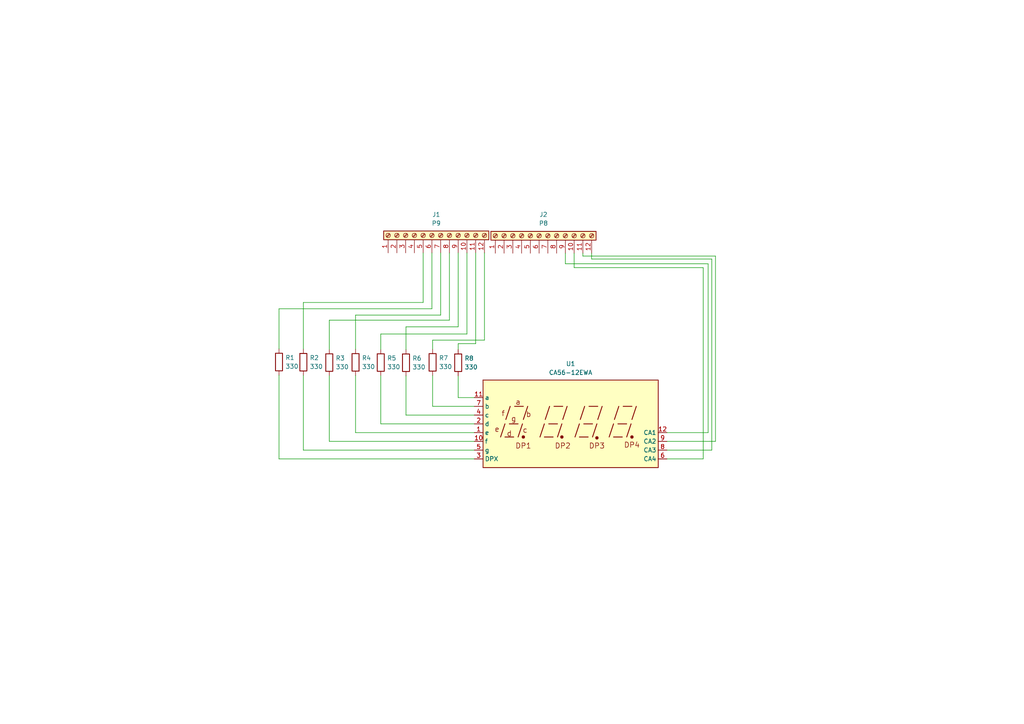
<source format=kicad_sch>
(kicad_sch (version 20230121) (generator eeschema)
  (paper "A4")
  (lib_symbols
    (symbol "Connector:Screw_Terminal_01x12" (pin_names (offset 1.016) hide)
      (property "Reference" "J" (at 0 15.24 0))
      (property "Value" "Screw_Terminal_01x12" (at 0 -17.78 0))
      (symbol "Screw_Terminal_01x12_1_1"
        (rectangle (start -1.27 13.97) (end 1.27 -16.51) (stroke (width 0.254)) (fill (type background)))
        (circle (center 0 -15.24) (radius 0.635) (stroke (width 0.1524)))
        (circle (center 0 -12.7) (radius 0.635) (stroke (width 0.1524)))
        (circle (center 0 -10.16) (radius 0.635) (stroke (width 0.1524)))
        (circle (center 0 -7.62) (radius 0.635) (stroke (width 0.1524)))
        (circle (center 0 -5.08) (radius 0.635) (stroke (width 0.1524)))
        (circle (center 0 -2.54) (radius 0.635) (stroke (width 0.1524)))
        (polyline (pts (xy -0.5334 -14.9098) (xy 0.3302 -15.748)) (stroke (width 0.1524)))
        (polyline (pts (xy -0.5334 -12.3698) (xy 0.3302 -13.208)) (stroke (width 0.1524)))
        (polyline (pts (xy -0.5334 -9.8298) (xy 0.3302 -10.668)) (stroke (width 0.1524)))
        (polyline (pts (xy -0.5334 -7.2898) (xy 0.3302 -8.128)) (stroke (width 0.1524)))
        (polyline (pts (xy -0.5334 -4.7498) (xy 0.3302 -5.588)) (stroke (width 0.1524)))
        (polyline (pts (xy -0.5334 -2.2098) (xy 0.3302 -3.048)) (stroke (width 0.1524)))
        (polyline (pts (xy -0.5334 0.3302) (xy 0.3302 -0.508)) (stroke (width 0.1524)))
        (polyline (pts (xy -0.5334 2.8702) (xy 0.3302 2.032)) (stroke (width 0.1524)))
        (polyline (pts (xy -0.5334 5.4102) (xy 0.3302 4.572)) (stroke (width 0.1524)))
        (polyline (pts (xy -0.5334 7.9502) (xy 0.3302 7.112)) (stroke (width 0.1524)))
        (polyline (pts (xy -0.5334 10.4902) (xy 0.3302 9.652)) (stroke (width 0.1524)))
        (polyline (pts (xy -0.5334 13.0302) (xy 0.3302 12.192)) (stroke (width 0.1524)))
        (polyline (pts (xy -0.3556 -14.732) (xy 0.508 -15.5702)) (stroke (width 0.1524)))
        (polyline (pts (xy -0.3556 -12.192) (xy 0.508 -13.0302)) (stroke (width 0.1524)))
        (polyline (pts (xy -0.3556 -9.652) (xy 0.508 -10.4902)) (stroke (width 0.1524)))
        (polyline (pts (xy -0.3556 -7.112) (xy 0.508 -7.9502)) (stroke (width 0.1524)))
        (polyline (pts (xy -0.3556 -4.572) (xy 0.508 -5.4102)) (stroke (width 0.1524)))
        (polyline (pts (xy -0.3556 -2.032) (xy 0.508 -2.8702)) (stroke (width 0.1524)))
        (polyline (pts (xy -0.3556 0.508) (xy 0.508 -0.3302)) (stroke (width 0.1524)))
        (polyline (pts (xy -0.3556 3.048) (xy 0.508 2.2098)) (stroke (width 0.1524)))
        (polyline (pts (xy -0.3556 5.588) (xy 0.508 4.7498)) (stroke (width 0.1524)))
        (polyline (pts (xy -0.3556 8.128) (xy 0.508 7.2898)) (stroke (width 0.1524)))
        (polyline (pts (xy -0.3556 10.668) (xy 0.508 9.8298)) (stroke (width 0.1524)))
        (polyline (pts (xy -0.3556 13.208) (xy 0.508 12.3698)) (stroke (width 0.1524)))
        (circle (center 0 0) (radius 0.635) (stroke (width 0.1524)))
        (circle (center 0 2.54) (radius 0.635) (stroke (width 0.1524)))
        (circle (center 0 5.08) (radius 0.635) (stroke (width 0.1524)))
        (circle (center 0 7.62) (radius 0.635) (stroke (width 0.1524)))
        (circle (center 0 10.16) (radius 0.635) (stroke (width 0.1524)))
        (circle (center 0 12.7) (radius 0.635) (stroke (width 0.1524)))
        (pin passive line (at -5.08 12.7 0) (length 3.81) (name "Pin_1") (number "1"))
        (pin passive line (at -5.08 -10.16 0) (length 3.81) (name "Pin_10") (number "10"))
        (pin passive line (at -5.08 -12.7 0) (length 3.81) (name "Pin_11") (number "11"))
        (pin passive line (at -5.08 -15.24 0) (length 3.81) (name "Pin_12") (number "12"))
        (pin passive line (at -5.08 10.16 0) (length 3.81) (name "Pin_2") (number "2"))
        (pin passive line (at -5.08 7.62 0) (length 3.81) (name "Pin_3") (number "3"))
        (pin passive line (at -5.08 5.08 0) (length 3.81) (name "Pin_4") (number "4"))
        (pin passive line (at -5.08 2.54 0) (length 3.81) (name "Pin_5") (number "5"))
        (pin passive line (at -5.08 0 0) (length 3.81) (name "Pin_6") (number "6"))
        (pin passive line (at -5.08 -2.54 0) (length 3.81) (name "Pin_7") (number "7"))
        (pin passive line (at -5.08 -5.08 0) (length 3.81) (name "Pin_8") (number "8"))
        (pin passive line (at -5.08 -7.62 0) (length 3.81) (name "Pin_9") (number "9"))
      )
    )
    (symbol "Device:R" (pin_numbers hide) (pin_names (offset 0))
      (property "Reference" "R" (at 2.032 0 90))
      (property "Value" "R" (at 0 0 90))
      (symbol "R_0_1"
        (rectangle (start -1.016 -2.54) (end 1.016 2.54) (stroke (width 0.254)))
      )
      (symbol "R_1_1"
        (pin passive line (at 0 3.81 270) (length 1.27) (name "~") (number "1"))
        (pin passive line (at 0 -3.81 90) (length 1.27) (name "~") (number "2"))
      )
    )
    (symbol "Display_Character:CA56-12EWA"
      (property "Reference" "U" (at -24.13 13.97 0))
      (property "Value" "CA56-12EWA" (at 19.05 13.97 0))
      (symbol "CA56-12EWA_0_0"
        (rectangle (start -25.4 12.7) (end 25.4 -12.7) (stroke (width 0.254)) (fill (type background)))
        (polyline (pts (xy -20.32 -3.81) (xy -19.05 0)) (stroke (width 0.254)))
        (polyline (pts (xy -19.05 -3.81) (xy -16.51 -3.81)) (stroke (width 0.254)))
        (polyline (pts (xy -18.796 1.27) (xy -17.526 5.08)) (stroke (width 0.254)))
        (polyline (pts (xy -17.78 0) (xy -15.24 0)) (stroke (width 0.254)))
        (polyline (pts (xy -16.256 5.08) (xy -13.716 5.08)) (stroke (width 0.254)))
        (polyline (pts (xy -15.24 -3.81) (xy -13.97 0)) (stroke (width 0.254)))
        (polyline (pts (xy -13.716 1.27) (xy -12.446 5.08)) (stroke (width 0.254)))
        (polyline (pts (xy -8.89 -3.81) (xy -7.62 0)) (stroke (width 0.254)))
        (polyline (pts (xy -7.62 -3.81) (xy -5.08 -3.81)) (stroke (width 0.254)))
        (polyline (pts (xy -7.366 1.27) (xy -6.096 5.08)) (stroke (width 0.254)))
        (polyline (pts (xy -6.35 0) (xy -3.81 0)) (stroke (width 0.254)))
        (polyline (pts (xy -4.826 5.08) (xy -2.286 5.08)) (stroke (width 0.254)))
        (polyline (pts (xy -3.81 -3.81) (xy -2.54 0)) (stroke (width 0.254)))
        (polyline (pts (xy -2.286 1.27) (xy -1.016 5.08)) (stroke (width 0.254)))
        (polyline (pts (xy 1.27 -3.81) (xy 2.54 0)) (stroke (width 0.254)))
        (polyline (pts (xy 2.54 -3.81) (xy 5.08 -3.81)) (stroke (width 0.254)))
        (polyline (pts (xy 2.794 1.27) (xy 4.064 5.08)) (stroke (width 0.254)))
        (polyline (pts (xy 3.81 0) (xy 6.35 0)) (stroke (width 0.254)))
        (polyline (pts (xy 5.334 5.08) (xy 7.874 5.08)) (stroke (width 0.254)))
        (polyline (pts (xy 6.35 -3.81) (xy 7.62 0)) (stroke (width 0.254)))
        (polyline (pts (xy 7.874 1.27) (xy 9.144 5.08)) (stroke (width 0.254)))
        (polyline (pts (xy 11.176 -3.81) (xy 12.446 0)) (stroke (width 0.254)))
        (polyline (pts (xy 12.446 -3.81) (xy 14.986 -3.81)) (stroke (width 0.254)))
        (polyline (pts (xy 12.7 1.27) (xy 13.97 5.08)) (stroke (width 0.254)))
        (polyline (pts (xy 13.716 0) (xy 16.256 0)) (stroke (width 0.254)))
        (polyline (pts (xy 15.24 5.08) (xy 17.78 5.08)) (stroke (width 0.254)))
        (polyline (pts (xy 16.256 -3.81) (xy 17.526 0)) (stroke (width 0.254)))
        (polyline (pts (xy 17.78 1.27) (xy 19.05 5.08)) (stroke (width 0.254)))
        (text "a" (at -15.24 6.35 0) (effects (font (size 1.524 1.524))))
        (text "b" (at -12.192 2.794 0) (effects (font (size 1.524 1.524))))
        (text "c" (at -13.208 -1.778 0) (effects (font (size 1.524 1.524))))
        (text "d" (at -17.78 -2.794 0) (effects (font (size 1.524 1.524))))
        (text "DP1" (at -13.716 -6.35 0) (effects (font (size 1.524 1.524))))
        (text "DP2" (at -2.286 -6.35 0) (effects (font (size 1.524 1.524))))
        (text "DP3" (at 7.62 -6.35 0) (effects (font (size 1.524 1.524))))
        (text "DP4" (at 17.78 -6.096 0) (effects (font (size 1.524 1.524))))
        (text "e" (at -21.336 -1.524 0) (effects (font (size 1.524 1.524))))
        (text "f" (at -19.558 3.048 0) (effects (font (size 1.524 1.524))))
        (text "g" (at -16.51 1.524 0) (effects (font (size 1.524 1.524))))
      )
      (symbol "CA56-12EWA_0_1"
        (circle (center -13.716 -3.81) (radius 0.3556) (stroke (width 0.254)) (fill (type outline)))
        (circle (center -2.54 -3.81) (radius 0.3556) (stroke (width 0.254)) (fill (type outline)))
      )
      (symbol "CA56-12EWA_1_0"
        (circle (center 7.62 -4.064) (radius 0.3556) (stroke (width 0.254)) (fill (type outline)))
        (circle (center 17.78 -3.81) (radius 0.3556) (stroke (width 0.254)) (fill (type outline)))
      )
      (symbol "CA56-12EWA_1_1"
        (pin input line (at -27.94 -2.54 0) (length 2.54) (name "e") (number "1"))
        (pin input line (at -27.94 -5.08 0) (length 2.54) (name "f") (number "10"))
        (pin input line (at -27.94 7.62 0) (length 2.54) (name "a") (number "11"))
        (pin input line (at 27.94 -2.54 180) (length 2.54) (name "CA1") (number "12"))
        (pin input line (at -27.94 0 0) (length 2.54) (name "d") (number "2"))
        (pin input line (at -27.94 -10.16 0) (length 2.54) (name "DPX") (number "3"))
        (pin input line (at -27.94 2.54 0) (length 2.54) (name "c") (number "4"))
        (pin input line (at -27.94 -7.62 0) (length 2.54) (name "g") (number "5"))
        (pin input line (at 27.94 -10.16 180) (length 2.54) (name "CA4") (number "6"))
        (pin input line (at -27.94 5.08 0) (length 2.54) (name "b") (number "7"))
        (pin input line (at 27.94 -7.62 180) (length 2.54) (name "CA3") (number "8"))
        (pin input line (at 27.94 -5.08 180) (length 2.54) (name "CA2") (number "9"))
      )
    )
  )
  (wire (pts (xy 169.0624 74.2696) (xy 207.518 74.2696)))
  (wire (pts (xy 122.7328 87.7316) (xy 87.9856 87.7316)))
  (wire (pts (xy 117.7544 109.0168) (xy 117.7544 120.396)))
  (wire (pts (xy 110.4392 108.966) (xy 110.4392 122.936)))
  (wire (pts (xy 87.9856 130.556) (xy 137.5664 130.556)))
  (wire (pts (xy 125.2728 89.5604) (xy 80.9244 89.5604)))
  (wire (pts (xy 207.518 128.016) (xy 207.518 74.2696)))
  (wire (pts (xy 132.8928 115.316) (xy 137.5664 115.316)))
  (wire (pts (xy 140.5128 98.6536) (xy 125.476 98.6536)))
  (wire (pts (xy 95.504 108.966) (xy 95.504 128.016)))
  (wire (pts (xy 125.2728 73.3552) (xy 125.2728 89.5604)))
  (wire (pts (xy 132.8928 73.3552) (xy 132.8928 94.7928)))
  (wire (pts (xy 193.4464 125.476) (xy 205.3844 125.476)))
  (wire (pts (xy 205.3844 76.5048) (xy 205.3844 125.476)))
  (wire (pts (xy 166.5224 77.6224) (xy 203.962 77.6224)))
  (wire (pts (xy 80.9244 108.8136) (xy 80.9244 133.096)))
  (wire (pts (xy 110.4392 122.936) (xy 137.5664 122.936)))
  (wire (pts (xy 95.504 92.8624) (xy 95.504 101.346)))
  (wire (pts (xy 103.124 125.476) (xy 137.5664 125.476)))
  (wire (pts (xy 87.9856 108.8644) (xy 87.9856 130.556)))
  (wire (pts (xy 132.8928 94.7928) (xy 117.7544 94.7928)))
  (wire (pts (xy 125.476 117.856) (xy 137.5664 117.856)))
  (wire (pts (xy 137.9728 73.3552) (xy 137.9728 99.6696)))
  (wire (pts (xy 137.9728 99.6696) (xy 132.8928 99.6696)))
  (wire (pts (xy 171.6024 75.1332) (xy 206.4512 75.1332)))
  (wire (pts (xy 80.9244 133.096) (xy 137.5664 133.096)))
  (wire (pts (xy 130.3528 92.8624) (xy 95.504 92.8624)))
  (wire (pts (xy 125.476 108.9152) (xy 125.476 117.856)))
  (wire (pts (xy 171.6024 73.4568) (xy 171.6024 75.1332)))
  (wire (pts (xy 203.962 77.6224) (xy 203.962 133.096)))
  (wire (pts (xy 130.3528 73.3552) (xy 130.3528 92.8624)))
  (wire (pts (xy 80.9244 89.5604) (xy 80.9244 101.1936)))
  (wire (pts (xy 163.9824 73.4568) (xy 163.9824 76.5048)))
  (wire (pts (xy 117.7544 94.7928) (xy 117.7544 101.3968)))
  (wire (pts (xy 135.4328 73.3552) (xy 135.4328 96.8756)))
  (wire (pts (xy 193.4464 133.096) (xy 203.962 133.096)))
  (wire (pts (xy 163.9824 76.5048) (xy 205.3844 76.5048)))
  (wire (pts (xy 140.5128 73.3552) (xy 140.5128 98.6536)))
  (wire (pts (xy 132.8928 101.3968) (xy 132.8928 99.6696)))
  (wire (pts (xy 117.7544 120.396) (xy 137.5664 120.396)))
  (wire (pts (xy 169.0624 74.2696) (xy 169.0624 73.4568)))
  (wire (pts (xy 193.4464 128.016) (xy 207.518 128.016)))
  (wire (pts (xy 206.4512 130.556) (xy 193.4464 130.556)))
  (wire (pts (xy 125.476 98.6536) (xy 125.476 101.2952)))
  (wire (pts (xy 127.8128 91.3892) (xy 103.124 91.3892)))
  (wire (pts (xy 103.124 108.9152) (xy 103.124 125.476)))
  (wire (pts (xy 110.4392 96.8756) (xy 110.4392 101.346)))
  (wire (pts (xy 132.8928 109.0168) (xy 132.8928 115.316)))
  (wire (pts (xy 166.5224 73.4568) (xy 166.5224 77.6224)))
  (wire (pts (xy 122.7328 73.3552) (xy 122.7328 87.7316)))
  (wire (pts (xy 135.4328 96.8756) (xy 110.4392 96.8756)))
  (wire (pts (xy 95.504 128.016) (xy 137.5664 128.016)))
  (wire (pts (xy 87.9856 87.7316) (xy 87.9856 101.2444)))
  (wire (pts (xy 103.124 91.3892) (xy 103.124 101.2952)))
  (wire (pts (xy 206.4512 75.1332) (xy 206.4512 130.556)))
  (wire (pts (xy 127.8128 73.3552) (xy 127.8128 91.3892)))
  (symbol (lib_id "Device:R") (at 103.124 105.1052 0) (unit 1)
    (property "Reference" "R4" (at 104.9528 103.8351 0) (effects (justify left)))
    (property "Value" "330" (at 104.9528 106.3751 0) (effects (justify left)))
    (property "Footprint" "Resistor_THT:R_Axial_DIN0207_L6.3mm_D2.5mm_P7.62mm_Horizontal" (effects hide))
  )
  (symbol (lib_id "Device:R") (at 125.476 105.1052 0) (unit 1)
    (property "Reference" "R7" (at 127.3048 103.8351 0) (effects (justify left)))
    (property "Value" "330" (at 127.3048 106.3751 0) (effects (justify left)))
    (property "Footprint" "Resistor_THT:R_Axial_DIN0207_L6.3mm_D2.5mm_P7.62mm_Horizontal" (effects hide))
  )
  (symbol (lib_id "Device:R") (at 117.7544 105.2068 0) (unit 1)
    (property "Reference" "R6" (at 119.5832 103.9367 0) (effects (justify left)))
    (property "Value" "330" (at 119.5832 106.4767 0) (effects (justify left)))
    (property "Footprint" "Resistor_THT:R_Axial_DIN0207_L6.3mm_D2.5mm_P7.62mm_Horizontal" (effects hide))
  )
  (symbol (lib_id "Device:R") (at 87.9856 105.0544 0) (unit 1)
    (property "Reference" "R2" (at 89.8144 103.7843 0) (effects (justify left)))
    (property "Value" "330" (at 89.8144 106.3243 0) (effects (justify left)))
    (property "Footprint" "Resistor_THT:R_Axial_DIN0207_L6.3mm_D2.5mm_P7.62mm_Horizontal" (effects hide))
  )
  (symbol (lib_id "Device:R") (at 132.8928 105.2068 0) (unit 1)
    (property "Reference" "R8" (at 134.7216 103.9367 0) (effects (justify left)))
    (property "Value" "330" (at 134.7216 106.4767 0) (effects (justify left)))
    (property "Footprint" "Resistor_THT:R_Axial_DIN0207_L6.3mm_D2.5mm_P7.62mm_Horizontal" (effects hide))
  )
  (symbol (lib_id "Device:R") (at 95.504 105.156 0) (unit 1)
    (property "Reference" "R3" (at 97.3328 103.8859 0) (effects (justify left)))
    (property "Value" "330" (at 97.3328 106.4259 0) (effects (justify left)))
    (property "Footprint" "Resistor_THT:R_Axial_DIN0207_L6.3mm_D2.5mm_P7.62mm_Horizontal" (effects hide))
  )
  (symbol (lib_id "Device:R") (at 80.9244 105.0036 0) (unit 1)
    (property "Reference" "R1" (at 82.7532 103.7335 0) (effects (justify left)))
    (property "Value" "330" (at 82.7532 106.2735 0) (effects (justify left)))
    (property "Footprint" "Resistor_THT:R_Axial_DIN0207_L6.3mm_D2.5mm_P7.62mm_Horizontal" (effects hide))
  )
  (symbol (lib_id "Connector:Screw_Terminal_01x12") (at 156.3624 68.3768 90) (unit 1)
    (property "Reference" "J2" (at 157.6324 62.23 90))
    (property "Value" "P8" (at 157.6324 64.77 90))
    (property "Footprint" "Connector_PinHeader_2.54mm:PinHeader_2x06_P2.54mm_Horizontal" (effects hide))
  )
  (symbol (lib_id "Connector:Screw_Terminal_01x12") (at 125.2728 68.2752 90) (unit 1)
    (property "Reference" "J1" (at 126.5428 62.23 90))
    (property "Value" "P9" (at 126.5428 64.77 90))
    (property "Footprint" "Connector_PinHeader_2.54mm:PinHeader_2x06_P2.54mm_Horizontal" (effects hide))
  )
  (symbol (lib_id "Display_Character:CA56-12EWA") (at 165.5064 122.936 0) (unit 1)
    (property "Reference" "U1" (at 165.5064 105.5116 0))
    (property "Value" "CA56-12EWA" (at 165.5064 108.0516 0))
    (property "Footprint" "Display_7Segment:CA56-12EWA" (effects hide))
    (property "Datasheet" "http://www.kingbrightusa.com/images/catalog/SPEC/CA56-12EWA.pdf" (effects hide))
  )
  (symbol (lib_id "Device:R") (at 110.4392 105.156 0) (unit 1)
    (property "Reference" "R5" (at 112.268 103.8859 0) (effects (justify left)))
    (property "Value" "330" (at 112.268 106.4259 0) (effects (justify left)))
    (property "Footprint" "Resistor_THT:R_Axial_DIN0207_L6.3mm_D2.5mm_P7.62mm_Horizontal" (effects hide))
  )
)
</source>
